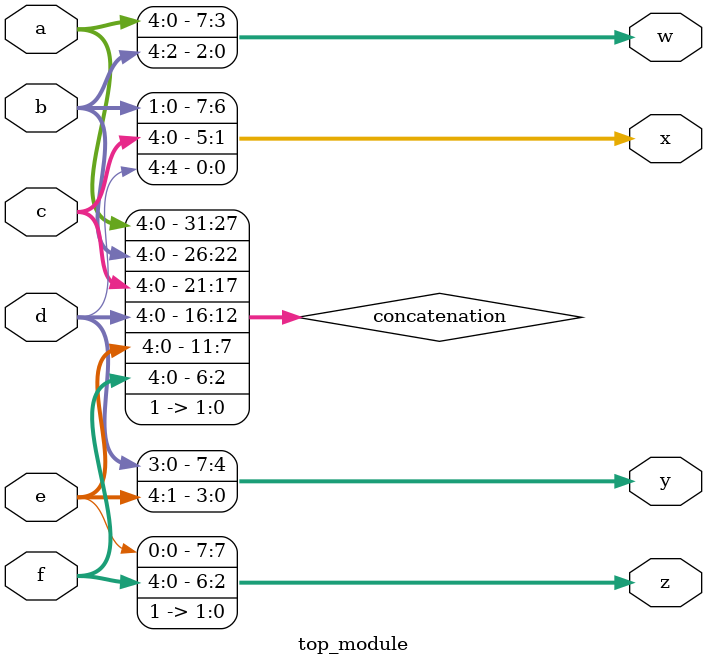
<source format=sv>
module top_module (
    input [4:0] a,
    input [4:0] b,
    input [4:0] c,
    input [4:0] d,
    input [4:0] e,
    input [4:0] f,
    output [7:0] w,
    output [7:0] x,
    output [7:0] y,
    output [7:0] z
);

    // Concatenate all inputs with 2'b11 at the last bit
    wire [31:0] concatenation;
    assign concatenation = {a, b, c, d, e, f, 2'b11};

    // Extract the outputs from the concatenation
    assign w = concatenation[31:24];
    assign x = concatenation[23:16];
    assign y = concatenation[15:8];
    assign z = concatenation[7:0];

endmodule

</source>
